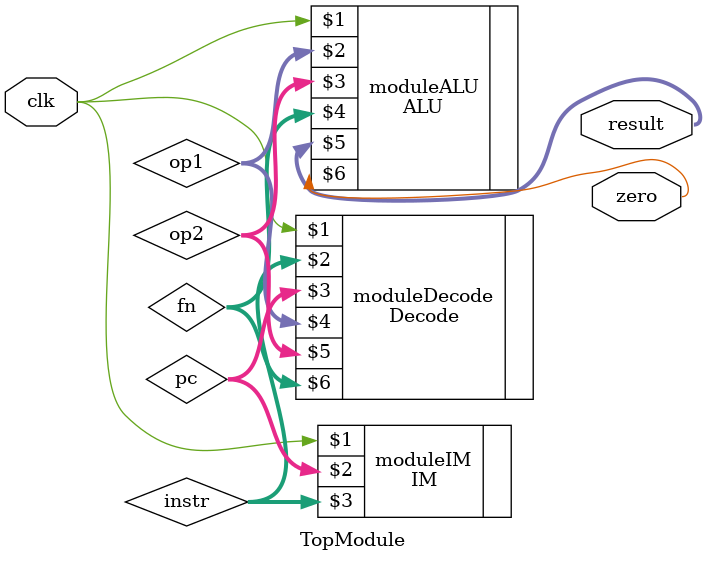
<source format=v>
module TopModule(
    input clk,
    output [7:0] result,
    output zero
);
    wire [7:0] pc,op1,op2;
    wire [17:0] instr;
    wire [1:0] fn;
    
    IM moduleIM(clk,pc,instr);
    Decode moduleDecode(clk,instr,pc,op1,op2,fn);
    ALU moduleALU(clk,op1,op2,fn,result,zero);
endmodule
</source>
